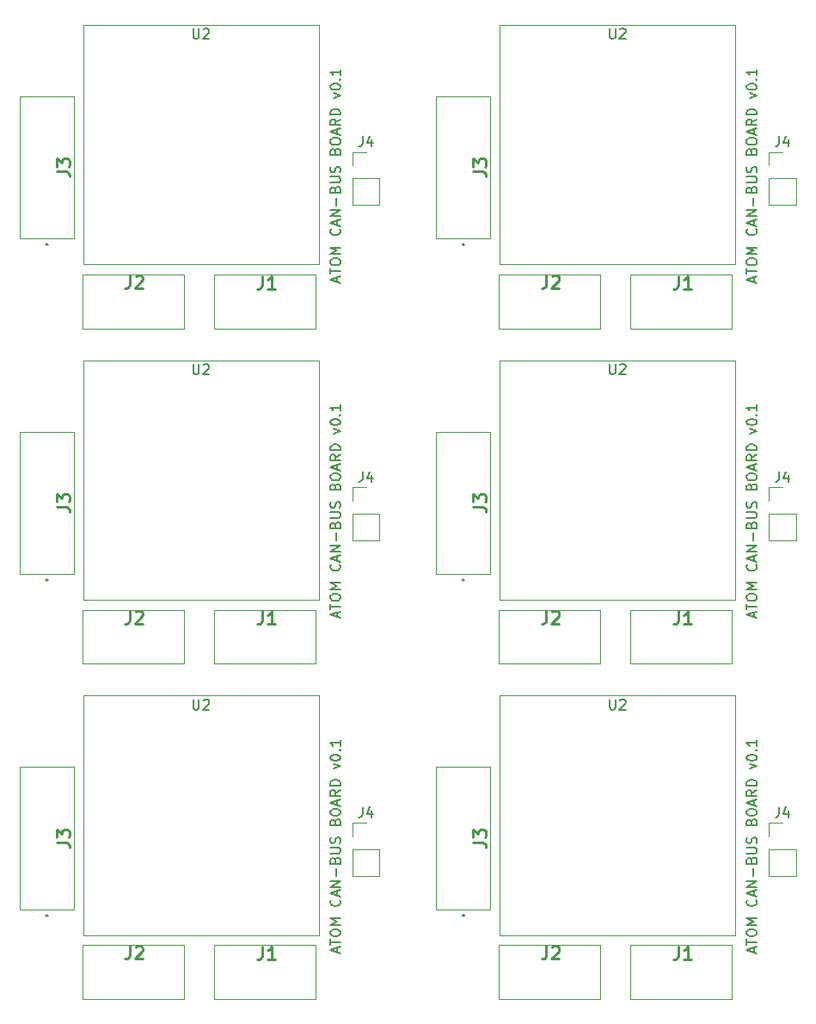
<source format=gto>
%MOIN*%
%OFA0B0*%
%FSLAX46Y46*%
%IPPOS*%
%LPD*%
%ADD10C,0.005905511811023622*%
%ADD11C,0.0039370078740157488*%
%ADD12C,0.0047244094488188976*%
%ADD13C,0.0078740157480314977*%
%ADD14C,0.01*%
%ADD25C,0.005905511811023622*%
%ADD26C,0.0039370078740157488*%
%ADD27C,0.0047244094488188976*%
%ADD28C,0.0078740157480314977*%
%ADD29C,0.01*%
%ADD30C,0.005905511811023622*%
%ADD31C,0.0039370078740157488*%
%ADD32C,0.0047244094488188976*%
%ADD33C,0.0078740157480314977*%
%ADD34C,0.01*%
%ADD35C,0.005905511811023622*%
%ADD36C,0.0039370078740157488*%
%ADD37C,0.0047244094488188976*%
%ADD38C,0.0078740157480314977*%
%ADD39C,0.01*%
%ADD40C,0.005905511811023622*%
%ADD41C,0.0039370078740157488*%
%ADD42C,0.0047244094488188976*%
%ADD43C,0.0078740157480314977*%
%ADD44C,0.01*%
%ADD45C,0.005905511811023622*%
%ADD46C,0.0039370078740157488*%
%ADD47C,0.0047244094488188976*%
%ADD48C,0.0078740157480314977*%
%ADD49C,0.01*%
D10*
X0001281581Y0000328410D02*
X0001281581Y0000347157D01*
X0001292829Y0000324660D02*
X0001253459Y0000337784D01*
X0001292829Y0000350907D01*
X0001253459Y0000358406D02*
X0001253459Y0000380903D01*
X0001292829Y0000369655D02*
X0001253459Y0000369655D01*
X0001253459Y0000401526D02*
X0001253459Y0000409025D01*
X0001255334Y0000412774D01*
X0001259084Y0000416524D01*
X0001266583Y0000418398D01*
X0001279706Y0000418398D01*
X0001287205Y0000416524D01*
X0001290955Y0000412774D01*
X0001292829Y0000409025D01*
X0001292829Y0000401526D01*
X0001290955Y0000397776D01*
X0001287205Y0000394026D01*
X0001279706Y0000392152D01*
X0001266583Y0000392152D01*
X0001259084Y0000394026D01*
X0001255334Y0000397776D01*
X0001253459Y0000401526D01*
X0001292829Y0000435271D02*
X0001253459Y0000435271D01*
X0001281581Y0000448395D01*
X0001253459Y0000461518D01*
X0001292829Y0000461518D01*
X0001289080Y0000532759D02*
X0001290955Y0000530884D01*
X0001292829Y0000525260D01*
X0001292829Y0000521511D01*
X0001290955Y0000515886D01*
X0001287205Y0000512137D01*
X0001283456Y0000510262D01*
X0001275957Y0000508387D01*
X0001270332Y0000508387D01*
X0001262833Y0000510262D01*
X0001259084Y0000512137D01*
X0001255334Y0000515886D01*
X0001253459Y0000521511D01*
X0001253459Y0000525260D01*
X0001255334Y0000530884D01*
X0001257209Y0000532759D01*
X0001281581Y0000547757D02*
X0001281581Y0000566505D01*
X0001292829Y0000544008D02*
X0001253459Y0000557131D01*
X0001292829Y0000570254D01*
X0001292829Y0000583378D02*
X0001253459Y0000583378D01*
X0001292829Y0000605875D01*
X0001253459Y0000605875D01*
X0001277831Y0000624623D02*
X0001277831Y0000654619D01*
X0001272207Y0000686490D02*
X0001274082Y0000692114D01*
X0001275957Y0000693989D01*
X0001279706Y0000695864D01*
X0001285330Y0000695864D01*
X0001289080Y0000693989D01*
X0001290955Y0000692114D01*
X0001292829Y0000688365D01*
X0001292829Y0000673367D01*
X0001253459Y0000673367D01*
X0001253459Y0000686490D01*
X0001255334Y0000690239D01*
X0001257209Y0000692114D01*
X0001260958Y0000693989D01*
X0001264708Y0000693989D01*
X0001268457Y0000692114D01*
X0001270332Y0000690239D01*
X0001272207Y0000686490D01*
X0001272207Y0000673367D01*
X0001253459Y0000712737D02*
X0001285330Y0000712737D01*
X0001289080Y0000714611D01*
X0001290955Y0000716486D01*
X0001292829Y0000720236D01*
X0001292829Y0000727735D01*
X0001290955Y0000731484D01*
X0001289080Y0000733359D01*
X0001285330Y0000735234D01*
X0001253459Y0000735234D01*
X0001290955Y0000752107D02*
X0001292829Y0000757731D01*
X0001292829Y0000767105D01*
X0001290955Y0000770854D01*
X0001289080Y0000772729D01*
X0001285330Y0000774604D01*
X0001281581Y0000774604D01*
X0001277831Y0000772729D01*
X0001275957Y0000770854D01*
X0001274082Y0000767105D01*
X0001272207Y0000759606D01*
X0001270332Y0000755856D01*
X0001268457Y0000753982D01*
X0001264708Y0000752107D01*
X0001260958Y0000752107D01*
X0001257209Y0000753982D01*
X0001255334Y0000755856D01*
X0001253459Y0000759606D01*
X0001253459Y0000768980D01*
X0001255334Y0000774604D01*
X0001272207Y0000834596D02*
X0001274082Y0000840221D01*
X0001275957Y0000842096D01*
X0001279706Y0000843970D01*
X0001285330Y0000843970D01*
X0001289080Y0000842096D01*
X0001290955Y0000840221D01*
X0001292829Y0000836471D01*
X0001292829Y0000821473D01*
X0001253459Y0000821473D01*
X0001253459Y0000834596D01*
X0001255334Y0000838346D01*
X0001257209Y0000840221D01*
X0001260958Y0000842096D01*
X0001264708Y0000842096D01*
X0001268457Y0000840221D01*
X0001270332Y0000838346D01*
X0001272207Y0000834596D01*
X0001272207Y0000821473D01*
X0001253459Y0000868342D02*
X0001253459Y0000875841D01*
X0001255334Y0000879591D01*
X0001259084Y0000883340D01*
X0001266583Y0000885215D01*
X0001279706Y0000885215D01*
X0001287205Y0000883340D01*
X0001290955Y0000879591D01*
X0001292829Y0000875841D01*
X0001292829Y0000868342D01*
X0001290955Y0000864593D01*
X0001287205Y0000860843D01*
X0001279706Y0000858968D01*
X0001266583Y0000858968D01*
X0001259084Y0000860843D01*
X0001255334Y0000864593D01*
X0001253459Y0000868342D01*
X0001281581Y0000900213D02*
X0001281581Y0000918961D01*
X0001292829Y0000896464D02*
X0001253459Y0000909587D01*
X0001292829Y0000922710D01*
X0001292829Y0000958331D02*
X0001274082Y0000945208D01*
X0001292829Y0000935834D02*
X0001253459Y0000935834D01*
X0001253459Y0000950832D01*
X0001255334Y0000954581D01*
X0001257209Y0000956456D01*
X0001260958Y0000958331D01*
X0001266583Y0000958331D01*
X0001270332Y0000956456D01*
X0001272207Y0000954581D01*
X0001274082Y0000950832D01*
X0001274082Y0000935834D01*
X0001292829Y0000975204D02*
X0001253459Y0000975204D01*
X0001253459Y0000984578D01*
X0001255334Y0000990202D01*
X0001259084Y0000993952D01*
X0001262833Y0000995826D01*
X0001270332Y0000997701D01*
X0001275957Y0000997701D01*
X0001283456Y0000995826D01*
X0001287205Y0000993952D01*
X0001290955Y0000990202D01*
X0001292829Y0000984578D01*
X0001292829Y0000975204D01*
X0001266583Y0001040821D02*
X0001292829Y0001050195D01*
X0001266583Y0001059568D01*
X0001253459Y0001082066D02*
X0001253459Y0001085815D01*
X0001255334Y0001089565D01*
X0001257209Y0001091439D01*
X0001260958Y0001093314D01*
X0001268457Y0001095189D01*
X0001277831Y0001095189D01*
X0001285330Y0001093314D01*
X0001289080Y0001091439D01*
X0001290955Y0001089565D01*
X0001292829Y0001085815D01*
X0001292829Y0001082066D01*
X0001290955Y0001078316D01*
X0001289080Y0001076441D01*
X0001285330Y0001074566D01*
X0001277831Y0001072692D01*
X0001268457Y0001072692D01*
X0001260958Y0001074566D01*
X0001257209Y0001076441D01*
X0001255334Y0001078316D01*
X0001253459Y0001082066D01*
X0001289080Y0001112062D02*
X0001290955Y0001113936D01*
X0001292829Y0001112062D01*
X0001290955Y0001110187D01*
X0001289080Y0001112062D01*
X0001292829Y0001112062D01*
X0001292829Y0001151432D02*
X0001292829Y0001128935D01*
X0001292829Y0001140183D02*
X0001253459Y0001140183D01*
X0001259084Y0001136434D01*
X0001262833Y0001132684D01*
X0001264708Y0001128935D01*
D11*
X0000802559Y0000148267D02*
X0000802559Y0000356929D01*
X0001196259Y0000148267D02*
X0000802559Y0000148267D01*
X0001196259Y0000356929D02*
X0001196259Y0000148267D01*
X0000802559Y0000356929D02*
X0001196259Y0000356929D01*
D12*
X0001340157Y0000831299D02*
X0001392519Y0000831299D01*
X0001340157Y0000778936D02*
X0001340157Y0000831299D01*
X0001340157Y0000728937D02*
X0001444881Y0000728937D01*
X0001444881Y0000728937D02*
X0001444881Y0000626574D01*
X0001340157Y0000728937D02*
X0001340157Y0000626574D01*
X0001340157Y0000626574D02*
X0001444881Y0000626574D01*
X0001209212Y0000396377D02*
X0001209212Y0001324212D01*
X0000295850Y0001324212D02*
X0001209212Y0001324212D01*
X0000295850Y0000396377D02*
X0000295850Y0001324212D01*
X0001209212Y0000396377D02*
X0000295850Y0000396377D01*
D13*
X0000158976Y0000472559D02*
G75*
G02X0000151102Y0000472559I-0000003937D01*
G01*
X0000151102Y0000472559D02*
G75*
G02X0000158976Y0000472559I0000003937D01*
G01*
X0000151102Y0000472559D02*
X0000151102Y0000472559D01*
X0000158976Y0000472559D02*
X0000158976Y0000472559D01*
D11*
X0000050708Y0001047362D02*
X0000259370Y0001047362D01*
X0000050708Y0000496181D02*
X0000050708Y0001047362D01*
X0000259370Y0000496181D02*
X0000050708Y0000496181D01*
X0000259370Y0001047362D02*
X0000259370Y0000496181D01*
X0000292559Y0000148267D02*
X0000292559Y0000356929D01*
X0000686259Y0000148267D02*
X0000292559Y0000148267D01*
X0000686259Y0000356929D02*
X0000686259Y0000148267D01*
X0000292559Y0000356929D02*
X0000686259Y0000356929D01*
D14*
X0000989435Y0000351239D02*
X0000989435Y0000315524D01*
X0000987054Y0000308382D01*
X0000982292Y0000303620D01*
X0000975149Y0000301239D01*
X0000970388Y0000301239D01*
X0001039435Y0000301239D02*
X0001010864Y0000301239D01*
X0001025149Y0000301239D02*
X0001025149Y0000351239D01*
X0001020388Y0000344096D01*
X0001015626Y0000339334D01*
X0001010864Y0000336953D01*
D10*
X0001379396Y0000892229D02*
X0001379396Y0000864107D01*
X0001377521Y0000858483D01*
X0001373772Y0000854733D01*
X0001368147Y0000852859D01*
X0001364398Y0000852859D01*
X0001415016Y0000879105D02*
X0001415016Y0000852859D01*
X0001405642Y0000894103D02*
X0001396269Y0000865982D01*
X0001420641Y0000865982D01*
X0000722523Y0001309276D02*
X0000722523Y0001277405D01*
X0000724398Y0001273655D01*
X0000726272Y0001271781D01*
X0000730022Y0001269906D01*
X0000737521Y0001269906D01*
X0000741271Y0001271781D01*
X0000743145Y0001273655D01*
X0000745020Y0001277405D01*
X0000745020Y0001309276D01*
X0000761893Y0001305526D02*
X0000763768Y0001307401D01*
X0000767517Y0001309276D01*
X0000776891Y0001309276D01*
X0000780641Y0001307401D01*
X0000782515Y0001305526D01*
X0000784390Y0001301777D01*
X0000784390Y0001298027D01*
X0000782515Y0001292403D01*
X0000760018Y0001269906D01*
X0000784390Y0001269906D01*
D14*
X0000193406Y0000755498D02*
X0000229120Y0000755498D01*
X0000236263Y0000753117D01*
X0000241025Y0000748355D01*
X0000243406Y0000741212D01*
X0000243406Y0000736451D01*
X0000193406Y0000774546D02*
X0000193406Y0000805498D01*
X0000212454Y0000788832D01*
X0000212454Y0000795974D01*
X0000214834Y0000800736D01*
X0000217215Y0000803117D01*
X0000221977Y0000805498D01*
X0000233882Y0000805498D01*
X0000238644Y0000803117D01*
X0000241025Y0000800736D01*
X0000243406Y0000795974D01*
X0000243406Y0000781689D01*
X0000241025Y0000776927D01*
X0000238644Y0000774546D01*
X0000477073Y0000353601D02*
X0000477073Y0000317887D01*
X0000474692Y0000310744D01*
X0000469930Y0000305982D01*
X0000462787Y0000303601D01*
X0000458025Y0000303601D01*
X0000498502Y0000348839D02*
X0000500882Y0000351220D01*
X0000505644Y0000353601D01*
X0000517549Y0000353601D01*
X0000522311Y0000351220D01*
X0000524692Y0000348839D01*
X0000527073Y0000344077D01*
X0000527073Y0000339315D01*
X0000524692Y0000332172D01*
X0000496121Y0000303601D01*
X0000527073Y0000303601D01*
G04 next file*
G04 #@! TF.GenerationSoftware,KiCad,Pcbnew,(5.1.2)-1*
G04 #@! TF.CreationDate,2020-12-05T19:35:51+09:00*
G04 #@! TF.ProjectId,M5Atom_CAN,4d354174-6f6d-45f4-9341-4e2e6b696361,rev?*
G04 #@! TF.SameCoordinates,Original*
G04 #@! TF.FileFunction,Legend,Top*
G04 #@! TF.FilePolarity,Positive*
G04 Gerber Fmt 4.6, Leading zero omitted, Abs format (unit mm)*
G04 Created by KiCad (PCBNEW (5.1.2)-1) date 2020-12-05 19:35:51*
G04 APERTURE LIST*
G04 APERTURE END LIST*
D25*
X0002895754Y0000328410D02*
X0002895754Y0000347157D01*
X0002907003Y0000324660D02*
X0002867633Y0000337784D01*
X0002907003Y0000350907D01*
X0002867633Y0000358406D02*
X0002867633Y0000380903D01*
X0002907003Y0000369655D02*
X0002867633Y0000369655D01*
X0002867633Y0000401526D02*
X0002867633Y0000409025D01*
X0002869507Y0000412774D01*
X0002873257Y0000416524D01*
X0002880756Y0000418398D01*
X0002893879Y0000418398D01*
X0002901378Y0000416524D01*
X0002905128Y0000412774D01*
X0002907003Y0000409025D01*
X0002907003Y0000401526D01*
X0002905128Y0000397776D01*
X0002901378Y0000394026D01*
X0002893879Y0000392152D01*
X0002880756Y0000392152D01*
X0002873257Y0000394026D01*
X0002869507Y0000397776D01*
X0002867633Y0000401526D01*
X0002907003Y0000435271D02*
X0002867633Y0000435271D01*
X0002895754Y0000448395D01*
X0002867633Y0000461518D01*
X0002907003Y0000461518D01*
X0002903253Y0000532759D02*
X0002905128Y0000530884D01*
X0002907003Y0000525260D01*
X0002907003Y0000521511D01*
X0002905128Y0000515886D01*
X0002901378Y0000512137D01*
X0002897629Y0000510262D01*
X0002890130Y0000508387D01*
X0002884505Y0000508387D01*
X0002877006Y0000510262D01*
X0002873257Y0000512137D01*
X0002869507Y0000515886D01*
X0002867633Y0000521511D01*
X0002867633Y0000525260D01*
X0002869507Y0000530884D01*
X0002871382Y0000532759D01*
X0002895754Y0000547757D02*
X0002895754Y0000566505D01*
X0002907003Y0000544008D02*
X0002867633Y0000557131D01*
X0002907003Y0000570254D01*
X0002907003Y0000583378D02*
X0002867633Y0000583378D01*
X0002907003Y0000605875D01*
X0002867633Y0000605875D01*
X0002892005Y0000624623D02*
X0002892005Y0000654619D01*
X0002886380Y0000686490D02*
X0002888255Y0000692114D01*
X0002890130Y0000693989D01*
X0002893879Y0000695864D01*
X0002899504Y0000695864D01*
X0002903253Y0000693989D01*
X0002905128Y0000692114D01*
X0002907003Y0000688365D01*
X0002907003Y0000673367D01*
X0002867633Y0000673367D01*
X0002867633Y0000686490D01*
X0002869507Y0000690239D01*
X0002871382Y0000692114D01*
X0002875132Y0000693989D01*
X0002878881Y0000693989D01*
X0002882631Y0000692114D01*
X0002884505Y0000690239D01*
X0002886380Y0000686490D01*
X0002886380Y0000673367D01*
X0002867633Y0000712737D02*
X0002899504Y0000712737D01*
X0002903253Y0000714611D01*
X0002905128Y0000716486D01*
X0002907003Y0000720236D01*
X0002907003Y0000727735D01*
X0002905128Y0000731484D01*
X0002903253Y0000733359D01*
X0002899504Y0000735234D01*
X0002867633Y0000735234D01*
X0002905128Y0000752107D02*
X0002907003Y0000757731D01*
X0002907003Y0000767105D01*
X0002905128Y0000770854D01*
X0002903253Y0000772729D01*
X0002899504Y0000774604D01*
X0002895754Y0000774604D01*
X0002892005Y0000772729D01*
X0002890130Y0000770854D01*
X0002888255Y0000767105D01*
X0002886380Y0000759606D01*
X0002884505Y0000755856D01*
X0002882631Y0000753982D01*
X0002878881Y0000752107D01*
X0002875132Y0000752107D01*
X0002871382Y0000753982D01*
X0002869507Y0000755856D01*
X0002867633Y0000759606D01*
X0002867633Y0000768980D01*
X0002869507Y0000774604D01*
X0002886380Y0000834596D02*
X0002888255Y0000840221D01*
X0002890130Y0000842096D01*
X0002893879Y0000843970D01*
X0002899504Y0000843970D01*
X0002903253Y0000842096D01*
X0002905128Y0000840221D01*
X0002907003Y0000836471D01*
X0002907003Y0000821473D01*
X0002867633Y0000821473D01*
X0002867633Y0000834596D01*
X0002869507Y0000838346D01*
X0002871382Y0000840221D01*
X0002875132Y0000842096D01*
X0002878881Y0000842096D01*
X0002882631Y0000840221D01*
X0002884505Y0000838346D01*
X0002886380Y0000834596D01*
X0002886380Y0000821473D01*
X0002867633Y0000868342D02*
X0002867633Y0000875841D01*
X0002869507Y0000879591D01*
X0002873257Y0000883340D01*
X0002880756Y0000885215D01*
X0002893879Y0000885215D01*
X0002901378Y0000883340D01*
X0002905128Y0000879591D01*
X0002907003Y0000875841D01*
X0002907003Y0000868342D01*
X0002905128Y0000864593D01*
X0002901378Y0000860843D01*
X0002893879Y0000858968D01*
X0002880756Y0000858968D01*
X0002873257Y0000860843D01*
X0002869507Y0000864593D01*
X0002867633Y0000868342D01*
X0002895754Y0000900213D02*
X0002895754Y0000918961D01*
X0002907003Y0000896464D02*
X0002867633Y0000909587D01*
X0002907003Y0000922710D01*
X0002907003Y0000958331D02*
X0002888255Y0000945208D01*
X0002907003Y0000935834D02*
X0002867633Y0000935834D01*
X0002867633Y0000950832D01*
X0002869507Y0000954581D01*
X0002871382Y0000956456D01*
X0002875132Y0000958331D01*
X0002880756Y0000958331D01*
X0002884505Y0000956456D01*
X0002886380Y0000954581D01*
X0002888255Y0000950832D01*
X0002888255Y0000935834D01*
X0002907003Y0000975204D02*
X0002867633Y0000975204D01*
X0002867633Y0000984578D01*
X0002869507Y0000990202D01*
X0002873257Y0000993952D01*
X0002877006Y0000995826D01*
X0002884505Y0000997701D01*
X0002890130Y0000997701D01*
X0002897629Y0000995826D01*
X0002901378Y0000993952D01*
X0002905128Y0000990202D01*
X0002907003Y0000984578D01*
X0002907003Y0000975204D01*
X0002880756Y0001040821D02*
X0002907003Y0001050195D01*
X0002880756Y0001059568D01*
X0002867633Y0001082066D02*
X0002867633Y0001085815D01*
X0002869507Y0001089565D01*
X0002871382Y0001091439D01*
X0002875132Y0001093314D01*
X0002882631Y0001095189D01*
X0002892005Y0001095189D01*
X0002899504Y0001093314D01*
X0002903253Y0001091439D01*
X0002905128Y0001089565D01*
X0002907003Y0001085815D01*
X0002907003Y0001082066D01*
X0002905128Y0001078316D01*
X0002903253Y0001076441D01*
X0002899504Y0001074566D01*
X0002892005Y0001072692D01*
X0002882631Y0001072692D01*
X0002875132Y0001074566D01*
X0002871382Y0001076441D01*
X0002869507Y0001078316D01*
X0002867633Y0001082066D01*
X0002903253Y0001112062D02*
X0002905128Y0001113936D01*
X0002907003Y0001112062D01*
X0002905128Y0001110187D01*
X0002903253Y0001112062D01*
X0002907003Y0001112062D01*
X0002907003Y0001151432D02*
X0002907003Y0001128935D01*
X0002907003Y0001140183D02*
X0002867633Y0001140183D01*
X0002873257Y0001136434D01*
X0002877006Y0001132684D01*
X0002878881Y0001128935D01*
D26*
X0002416732Y0000148267D02*
X0002416732Y0000356929D01*
X0002810433Y0000148267D02*
X0002416732Y0000148267D01*
X0002810433Y0000356929D02*
X0002810433Y0000148267D01*
X0002416732Y0000356929D02*
X0002810433Y0000356929D01*
D27*
X0002954330Y0000831299D02*
X0003006692Y0000831299D01*
X0002954330Y0000778936D02*
X0002954330Y0000831299D01*
X0002954330Y0000728937D02*
X0003059055Y0000728937D01*
X0003059055Y0000728937D02*
X0003059055Y0000626574D01*
X0002954330Y0000728937D02*
X0002954330Y0000626574D01*
X0002954330Y0000626574D02*
X0003059055Y0000626574D01*
X0002823385Y0000396377D02*
X0002823385Y0001324212D01*
X0001910023Y0001324212D02*
X0002823385Y0001324212D01*
X0001910023Y0000396377D02*
X0001910023Y0001324212D01*
X0002823385Y0000396377D02*
X0001910023Y0000396377D01*
D28*
X0001773149Y0000472559D02*
G75*
G02X0001765275Y0000472559I-0000003937D01*
G01*
X0001765275Y0000472559D02*
G75*
G02X0001773149Y0000472559I0000003937D01*
G01*
X0001765275Y0000472559D02*
X0001765275Y0000472559D01*
X0001773149Y0000472559D02*
X0001773149Y0000472559D01*
D26*
X0001664881Y0001047362D02*
X0001873543Y0001047362D01*
X0001664881Y0000496181D02*
X0001664881Y0001047362D01*
X0001873543Y0000496181D02*
X0001664881Y0000496181D01*
X0001873543Y0001047362D02*
X0001873543Y0000496181D01*
X0001906732Y0000148267D02*
X0001906732Y0000356929D01*
X0002300433Y0000148267D02*
X0001906732Y0000148267D01*
X0002300433Y0000356929D02*
X0002300433Y0000148267D01*
X0001906732Y0000356929D02*
X0002300433Y0000356929D01*
D29*
X0002603608Y0000351239D02*
X0002603608Y0000315524D01*
X0002601227Y0000308382D01*
X0002596466Y0000303620D01*
X0002589323Y0000301239D01*
X0002584561Y0000301239D01*
X0002653608Y0000301239D02*
X0002625037Y0000301239D01*
X0002639323Y0000301239D02*
X0002639323Y0000351239D01*
X0002634561Y0000344096D01*
X0002629799Y0000339334D01*
X0002625037Y0000336953D01*
D25*
X0002993569Y0000892229D02*
X0002993569Y0000864107D01*
X0002991694Y0000858483D01*
X0002987945Y0000854733D01*
X0002982320Y0000852859D01*
X0002978571Y0000852859D01*
X0003029190Y0000879105D02*
X0003029190Y0000852859D01*
X0003019816Y0000894103D02*
X0003010442Y0000865982D01*
X0003034814Y0000865982D01*
X0002336696Y0001309276D02*
X0002336696Y0001277405D01*
X0002338571Y0001273655D01*
X0002340446Y0001271781D01*
X0002344195Y0001269906D01*
X0002351694Y0001269906D01*
X0002355444Y0001271781D01*
X0002357319Y0001273655D01*
X0002359193Y0001277405D01*
X0002359193Y0001309276D01*
X0002376066Y0001305526D02*
X0002377941Y0001307401D01*
X0002381691Y0001309276D01*
X0002391064Y0001309276D01*
X0002394814Y0001307401D01*
X0002396689Y0001305526D01*
X0002398563Y0001301777D01*
X0002398563Y0001298027D01*
X0002396689Y0001292403D01*
X0002374191Y0001269906D01*
X0002398563Y0001269906D01*
D29*
X0001807579Y0000755498D02*
X0001843293Y0000755498D01*
X0001850436Y0000753117D01*
X0001855198Y0000748355D01*
X0001857579Y0000741212D01*
X0001857579Y0000736451D01*
X0001807579Y0000774546D02*
X0001807579Y0000805498D01*
X0001826627Y0000788832D01*
X0001826627Y0000795974D01*
X0001829008Y0000800736D01*
X0001831389Y0000803117D01*
X0001836151Y0000805498D01*
X0001848055Y0000805498D01*
X0001852817Y0000803117D01*
X0001855198Y0000800736D01*
X0001857579Y0000795974D01*
X0001857579Y0000781689D01*
X0001855198Y0000776927D01*
X0001852817Y0000774546D01*
X0002091246Y0000353601D02*
X0002091246Y0000317887D01*
X0002088865Y0000310744D01*
X0002084103Y0000305982D01*
X0002076960Y0000303601D01*
X0002072199Y0000303601D01*
X0002112675Y0000348839D02*
X0002115056Y0000351220D01*
X0002119818Y0000353601D01*
X0002131722Y0000353601D01*
X0002136484Y0000351220D01*
X0002138865Y0000348839D01*
X0002141246Y0000344077D01*
X0002141246Y0000339315D01*
X0002138865Y0000332172D01*
X0002110294Y0000303601D01*
X0002141246Y0000303601D01*
G04 next file*
G04 #@! TF.GenerationSoftware,KiCad,Pcbnew,(5.1.2)-1*
G04 #@! TF.CreationDate,2020-12-05T19:35:51+09:00*
G04 #@! TF.ProjectId,M5Atom_CAN,4d354174-6f6d-45f4-9341-4e2e6b696361,rev?*
G04 #@! TF.SameCoordinates,Original*
G04 #@! TF.FileFunction,Legend,Top*
G04 #@! TF.FilePolarity,Positive*
G04 Gerber Fmt 4.6, Leading zero omitted, Abs format (unit mm)*
G04 Created by KiCad (PCBNEW (5.1.2)-1) date 2020-12-05 19:35:51*
G04 APERTURE LIST*
G04 APERTURE END LIST*
D30*
X0001281581Y0001627622D02*
X0001281581Y0001646370D01*
X0001292829Y0001623873D02*
X0001253459Y0001636996D01*
X0001292829Y0001650120D01*
X0001253459Y0001657619D02*
X0001253459Y0001680116D01*
X0001292829Y0001668867D02*
X0001253459Y0001668867D01*
X0001253459Y0001700738D02*
X0001253459Y0001708237D01*
X0001255334Y0001711987D01*
X0001259084Y0001715736D01*
X0001266583Y0001717611D01*
X0001279706Y0001717611D01*
X0001287205Y0001715736D01*
X0001290955Y0001711987D01*
X0001292829Y0001708237D01*
X0001292829Y0001700738D01*
X0001290955Y0001696989D01*
X0001287205Y0001693239D01*
X0001279706Y0001691364D01*
X0001266583Y0001691364D01*
X0001259084Y0001693239D01*
X0001255334Y0001696989D01*
X0001253459Y0001700738D01*
X0001292829Y0001734484D02*
X0001253459Y0001734484D01*
X0001281581Y0001747607D01*
X0001253459Y0001760731D01*
X0001292829Y0001760731D01*
X0001289080Y0001831972D02*
X0001290955Y0001830097D01*
X0001292829Y0001824473D01*
X0001292829Y0001820723D01*
X0001290955Y0001815099D01*
X0001287205Y0001811349D01*
X0001283456Y0001809475D01*
X0001275957Y0001807600D01*
X0001270332Y0001807600D01*
X0001262833Y0001809475D01*
X0001259084Y0001811349D01*
X0001255334Y0001815099D01*
X0001253459Y0001820723D01*
X0001253459Y0001824473D01*
X0001255334Y0001830097D01*
X0001257209Y0001831972D01*
X0001281581Y0001846970D02*
X0001281581Y0001865718D01*
X0001292829Y0001843220D02*
X0001253459Y0001856344D01*
X0001292829Y0001869467D01*
X0001292829Y0001882590D02*
X0001253459Y0001882590D01*
X0001292829Y0001905088D01*
X0001253459Y0001905088D01*
X0001277831Y0001923835D02*
X0001277831Y0001953832D01*
X0001272207Y0001985703D02*
X0001274082Y0001991327D01*
X0001275957Y0001993202D01*
X0001279706Y0001995076D01*
X0001285330Y0001995076D01*
X0001289080Y0001993202D01*
X0001290955Y0001991327D01*
X0001292829Y0001987577D01*
X0001292829Y0001972579D01*
X0001253459Y0001972579D01*
X0001253459Y0001985703D01*
X0001255334Y0001989452D01*
X0001257209Y0001991327D01*
X0001260958Y0001993202D01*
X0001264708Y0001993202D01*
X0001268457Y0001991327D01*
X0001270332Y0001989452D01*
X0001272207Y0001985703D01*
X0001272207Y0001972579D01*
X0001253459Y0002011949D02*
X0001285330Y0002011949D01*
X0001289080Y0002013824D01*
X0001290955Y0002015699D01*
X0001292829Y0002019448D01*
X0001292829Y0002026947D01*
X0001290955Y0002030697D01*
X0001289080Y0002032572D01*
X0001285330Y0002034446D01*
X0001253459Y0002034446D01*
X0001290955Y0002051319D02*
X0001292829Y0002056944D01*
X0001292829Y0002066317D01*
X0001290955Y0002070067D01*
X0001289080Y0002071942D01*
X0001285330Y0002073817D01*
X0001281581Y0002073817D01*
X0001277831Y0002071942D01*
X0001275957Y0002070067D01*
X0001274082Y0002066317D01*
X0001272207Y0002058818D01*
X0001270332Y0002055069D01*
X0001268457Y0002053194D01*
X0001264708Y0002051319D01*
X0001260958Y0002051319D01*
X0001257209Y0002053194D01*
X0001255334Y0002055069D01*
X0001253459Y0002058818D01*
X0001253459Y0002068192D01*
X0001255334Y0002073817D01*
X0001272207Y0002133809D02*
X0001274082Y0002139433D01*
X0001275957Y0002141308D01*
X0001279706Y0002143183D01*
X0001285330Y0002143183D01*
X0001289080Y0002141308D01*
X0001290955Y0002139433D01*
X0001292829Y0002135684D01*
X0001292829Y0002120686D01*
X0001253459Y0002120686D01*
X0001253459Y0002133809D01*
X0001255334Y0002137559D01*
X0001257209Y0002139433D01*
X0001260958Y0002141308D01*
X0001264708Y0002141308D01*
X0001268457Y0002139433D01*
X0001270332Y0002137559D01*
X0001272207Y0002133809D01*
X0001272207Y0002120686D01*
X0001253459Y0002167555D02*
X0001253459Y0002175054D01*
X0001255334Y0002178803D01*
X0001259084Y0002182553D01*
X0001266583Y0002184428D01*
X0001279706Y0002184428D01*
X0001287205Y0002182553D01*
X0001290955Y0002178803D01*
X0001292829Y0002175054D01*
X0001292829Y0002167555D01*
X0001290955Y0002163805D01*
X0001287205Y0002160056D01*
X0001279706Y0002158181D01*
X0001266583Y0002158181D01*
X0001259084Y0002160056D01*
X0001255334Y0002163805D01*
X0001253459Y0002167555D01*
X0001281581Y0002199426D02*
X0001281581Y0002218174D01*
X0001292829Y0002195676D02*
X0001253459Y0002208800D01*
X0001292829Y0002221923D01*
X0001292829Y0002257544D02*
X0001274082Y0002244420D01*
X0001292829Y0002235046D02*
X0001253459Y0002235046D01*
X0001253459Y0002250045D01*
X0001255334Y0002253794D01*
X0001257209Y0002255669D01*
X0001260958Y0002257544D01*
X0001266583Y0002257544D01*
X0001270332Y0002255669D01*
X0001272207Y0002253794D01*
X0001274082Y0002250045D01*
X0001274082Y0002235046D01*
X0001292829Y0002274416D02*
X0001253459Y0002274416D01*
X0001253459Y0002283790D01*
X0001255334Y0002289415D01*
X0001259084Y0002293164D01*
X0001262833Y0002295039D01*
X0001270332Y0002296914D01*
X0001275957Y0002296914D01*
X0001283456Y0002295039D01*
X0001287205Y0002293164D01*
X0001290955Y0002289415D01*
X0001292829Y0002283790D01*
X0001292829Y0002274416D01*
X0001266583Y0002340033D02*
X0001292829Y0002349407D01*
X0001266583Y0002358781D01*
X0001253459Y0002381278D02*
X0001253459Y0002385028D01*
X0001255334Y0002388777D01*
X0001257209Y0002390652D01*
X0001260958Y0002392527D01*
X0001268457Y0002394401D01*
X0001277831Y0002394401D01*
X0001285330Y0002392527D01*
X0001289080Y0002390652D01*
X0001290955Y0002388777D01*
X0001292829Y0002385028D01*
X0001292829Y0002381278D01*
X0001290955Y0002377529D01*
X0001289080Y0002375654D01*
X0001285330Y0002373779D01*
X0001277831Y0002371904D01*
X0001268457Y0002371904D01*
X0001260958Y0002373779D01*
X0001257209Y0002375654D01*
X0001255334Y0002377529D01*
X0001253459Y0002381278D01*
X0001289080Y0002411274D02*
X0001290955Y0002413149D01*
X0001292829Y0002411274D01*
X0001290955Y0002409400D01*
X0001289080Y0002411274D01*
X0001292829Y0002411274D01*
X0001292829Y0002450644D02*
X0001292829Y0002428147D01*
X0001292829Y0002439396D02*
X0001253459Y0002439396D01*
X0001259084Y0002435646D01*
X0001262833Y0002431897D01*
X0001264708Y0002428147D01*
D31*
X0000802559Y0001447480D02*
X0000802559Y0001656141D01*
X0001196259Y0001447480D02*
X0000802559Y0001447480D01*
X0001196259Y0001656141D02*
X0001196259Y0001447480D01*
X0000802559Y0001656141D02*
X0001196259Y0001656141D01*
D32*
X0001340157Y0002130511D02*
X0001392519Y0002130511D01*
X0001340157Y0002078149D02*
X0001340157Y0002130511D01*
X0001340157Y0002028149D02*
X0001444881Y0002028149D01*
X0001444881Y0002028149D02*
X0001444881Y0001925787D01*
X0001340157Y0002028149D02*
X0001340157Y0001925787D01*
X0001340157Y0001925787D02*
X0001444881Y0001925787D01*
X0001209212Y0001695590D02*
X0001209212Y0002623425D01*
X0000295850Y0002623425D02*
X0001209212Y0002623425D01*
X0000295850Y0001695590D02*
X0000295850Y0002623425D01*
X0001209212Y0001695590D02*
X0000295850Y0001695590D01*
D33*
X0000158976Y0001771771D02*
G75*
G02X0000151102Y0001771771I-0000003937D01*
G01*
X0000151102Y0001771771D02*
G75*
G02X0000158976Y0001771771I0000003937D01*
G01*
X0000151102Y0001771771D02*
X0000151102Y0001771771D01*
X0000158976Y0001771771D02*
X0000158976Y0001771771D01*
D31*
X0000050708Y0002346574D02*
X0000259370Y0002346574D01*
X0000050708Y0001795393D02*
X0000050708Y0002346574D01*
X0000259370Y0001795393D02*
X0000050708Y0001795393D01*
X0000259370Y0002346574D02*
X0000259370Y0001795393D01*
X0000292559Y0001447480D02*
X0000292559Y0001656141D01*
X0000686259Y0001447480D02*
X0000292559Y0001447480D01*
X0000686259Y0001656141D02*
X0000686259Y0001447480D01*
X0000292559Y0001656141D02*
X0000686259Y0001656141D01*
D34*
X0000989435Y0001650451D02*
X0000989435Y0001614737D01*
X0000987054Y0001607594D01*
X0000982292Y0001602832D01*
X0000975149Y0001600451D01*
X0000970388Y0001600451D01*
X0001039435Y0001600451D02*
X0001010864Y0001600451D01*
X0001025149Y0001600451D02*
X0001025149Y0001650451D01*
X0001020388Y0001643308D01*
X0001015626Y0001638547D01*
X0001010864Y0001636166D01*
D30*
X0001379396Y0002191441D02*
X0001379396Y0002163320D01*
X0001377521Y0002157695D01*
X0001373772Y0002153946D01*
X0001368147Y0002152071D01*
X0001364398Y0002152071D01*
X0001415016Y0002178318D02*
X0001415016Y0002152071D01*
X0001405642Y0002193316D02*
X0001396269Y0002165195D01*
X0001420641Y0002165195D01*
X0000722523Y0002608488D02*
X0000722523Y0002576617D01*
X0000724398Y0002572868D01*
X0000726272Y0002570993D01*
X0000730022Y0002569118D01*
X0000737521Y0002569118D01*
X0000741271Y0002570993D01*
X0000743145Y0002572868D01*
X0000745020Y0002576617D01*
X0000745020Y0002608488D01*
X0000761893Y0002604739D02*
X0000763768Y0002606614D01*
X0000767517Y0002608488D01*
X0000776891Y0002608488D01*
X0000780641Y0002606614D01*
X0000782515Y0002604739D01*
X0000784390Y0002600989D01*
X0000784390Y0002597240D01*
X0000782515Y0002591616D01*
X0000760018Y0002569118D01*
X0000784390Y0002569118D01*
D34*
X0000193406Y0002054711D02*
X0000229120Y0002054711D01*
X0000236263Y0002052330D01*
X0000241025Y0002047568D01*
X0000243406Y0002040425D01*
X0000243406Y0002035663D01*
X0000193406Y0002073758D02*
X0000193406Y0002104711D01*
X0000212454Y0002088044D01*
X0000212454Y0002095187D01*
X0000214834Y0002099949D01*
X0000217215Y0002102330D01*
X0000221977Y0002104711D01*
X0000233882Y0002104711D01*
X0000238644Y0002102330D01*
X0000241025Y0002099949D01*
X0000243406Y0002095187D01*
X0000243406Y0002080901D01*
X0000241025Y0002076139D01*
X0000238644Y0002073758D01*
X0000477073Y0001652814D02*
X0000477073Y0001617099D01*
X0000474692Y0001609956D01*
X0000469930Y0001605195D01*
X0000462787Y0001602814D01*
X0000458025Y0001602814D01*
X0000498502Y0001648052D02*
X0000500882Y0001650433D01*
X0000505644Y0001652814D01*
X0000517549Y0001652814D01*
X0000522311Y0001650433D01*
X0000524692Y0001648052D01*
X0000527073Y0001643290D01*
X0000527073Y0001638528D01*
X0000524692Y0001631385D01*
X0000496121Y0001602814D01*
X0000527073Y0001602814D01*
G04 next file*
G04 #@! TF.GenerationSoftware,KiCad,Pcbnew,(5.1.2)-1*
G04 #@! TF.CreationDate,2020-12-05T19:35:51+09:00*
G04 #@! TF.ProjectId,M5Atom_CAN,4d354174-6f6d-45f4-9341-4e2e6b696361,rev?*
G04 #@! TF.SameCoordinates,Original*
G04 #@! TF.FileFunction,Legend,Top*
G04 #@! TF.FilePolarity,Positive*
G04 Gerber Fmt 4.6, Leading zero omitted, Abs format (unit mm)*
G04 Created by KiCad (PCBNEW (5.1.2)-1) date 2020-12-05 19:35:51*
G04 APERTURE LIST*
G04 APERTURE END LIST*
D35*
X0001281581Y0002926835D02*
X0001281581Y0002945583D01*
X0001292829Y0002923085D02*
X0001253459Y0002936209D01*
X0001292829Y0002949332D01*
X0001253459Y0002956831D02*
X0001253459Y0002979328D01*
X0001292829Y0002968080D02*
X0001253459Y0002968080D01*
X0001253459Y0002999951D02*
X0001253459Y0003007450D01*
X0001255334Y0003011199D01*
X0001259084Y0003014949D01*
X0001266583Y0003016824D01*
X0001279706Y0003016824D01*
X0001287205Y0003014949D01*
X0001290955Y0003011199D01*
X0001292829Y0003007450D01*
X0001292829Y0002999951D01*
X0001290955Y0002996201D01*
X0001287205Y0002992452D01*
X0001279706Y0002990577D01*
X0001266583Y0002990577D01*
X0001259084Y0002992452D01*
X0001255334Y0002996201D01*
X0001253459Y0002999951D01*
X0001292829Y0003033697D02*
X0001253459Y0003033697D01*
X0001281581Y0003046820D01*
X0001253459Y0003059943D01*
X0001292829Y0003059943D01*
X0001289080Y0003131184D02*
X0001290955Y0003129310D01*
X0001292829Y0003123685D01*
X0001292829Y0003119936D01*
X0001290955Y0003114311D01*
X0001287205Y0003110562D01*
X0001283456Y0003108687D01*
X0001275957Y0003106812D01*
X0001270332Y0003106812D01*
X0001262833Y0003108687D01*
X0001259084Y0003110562D01*
X0001255334Y0003114311D01*
X0001253459Y0003119936D01*
X0001253459Y0003123685D01*
X0001255334Y0003129310D01*
X0001257209Y0003131184D01*
X0001281581Y0003146182D02*
X0001281581Y0003164930D01*
X0001292829Y0003142433D02*
X0001253459Y0003155556D01*
X0001292829Y0003168680D01*
X0001292829Y0003181803D02*
X0001253459Y0003181803D01*
X0001292829Y0003204300D01*
X0001253459Y0003204300D01*
X0001277831Y0003223048D02*
X0001277831Y0003253044D01*
X0001272207Y0003284915D02*
X0001274082Y0003290539D01*
X0001275957Y0003292414D01*
X0001279706Y0003294289D01*
X0001285330Y0003294289D01*
X0001289080Y0003292414D01*
X0001290955Y0003290539D01*
X0001292829Y0003286790D01*
X0001292829Y0003271792D01*
X0001253459Y0003271792D01*
X0001253459Y0003284915D01*
X0001255334Y0003288665D01*
X0001257209Y0003290539D01*
X0001260958Y0003292414D01*
X0001264708Y0003292414D01*
X0001268457Y0003290539D01*
X0001270332Y0003288665D01*
X0001272207Y0003284915D01*
X0001272207Y0003271792D01*
X0001253459Y0003311162D02*
X0001285330Y0003311162D01*
X0001289080Y0003313037D01*
X0001290955Y0003314911D01*
X0001292829Y0003318661D01*
X0001292829Y0003326160D01*
X0001290955Y0003329910D01*
X0001289080Y0003331784D01*
X0001285330Y0003333659D01*
X0001253459Y0003333659D01*
X0001290955Y0003350532D02*
X0001292829Y0003356156D01*
X0001292829Y0003365530D01*
X0001290955Y0003369280D01*
X0001289080Y0003371154D01*
X0001285330Y0003373029D01*
X0001281581Y0003373029D01*
X0001277831Y0003371154D01*
X0001275957Y0003369280D01*
X0001274082Y0003365530D01*
X0001272207Y0003358031D01*
X0001270332Y0003354281D01*
X0001268457Y0003352407D01*
X0001264708Y0003350532D01*
X0001260958Y0003350532D01*
X0001257209Y0003352407D01*
X0001255334Y0003354281D01*
X0001253459Y0003358031D01*
X0001253459Y0003367405D01*
X0001255334Y0003373029D01*
X0001272207Y0003433022D02*
X0001274082Y0003438646D01*
X0001275957Y0003440521D01*
X0001279706Y0003442395D01*
X0001285330Y0003442395D01*
X0001289080Y0003440521D01*
X0001290955Y0003438646D01*
X0001292829Y0003434896D01*
X0001292829Y0003419898D01*
X0001253459Y0003419898D01*
X0001253459Y0003433022D01*
X0001255334Y0003436771D01*
X0001257209Y0003438646D01*
X0001260958Y0003440521D01*
X0001264708Y0003440521D01*
X0001268457Y0003438646D01*
X0001270332Y0003436771D01*
X0001272207Y0003433022D01*
X0001272207Y0003419898D01*
X0001253459Y0003466767D02*
X0001253459Y0003474266D01*
X0001255334Y0003478016D01*
X0001259084Y0003481766D01*
X0001266583Y0003483640D01*
X0001279706Y0003483640D01*
X0001287205Y0003481766D01*
X0001290955Y0003478016D01*
X0001292829Y0003474266D01*
X0001292829Y0003466767D01*
X0001290955Y0003463018D01*
X0001287205Y0003459268D01*
X0001279706Y0003457394D01*
X0001266583Y0003457394D01*
X0001259084Y0003459268D01*
X0001255334Y0003463018D01*
X0001253459Y0003466767D01*
X0001281581Y0003498638D02*
X0001281581Y0003517386D01*
X0001292829Y0003494889D02*
X0001253459Y0003508012D01*
X0001292829Y0003521136D01*
X0001292829Y0003556756D02*
X0001274082Y0003543633D01*
X0001292829Y0003534259D02*
X0001253459Y0003534259D01*
X0001253459Y0003549257D01*
X0001255334Y0003553007D01*
X0001257209Y0003554881D01*
X0001260958Y0003556756D01*
X0001266583Y0003556756D01*
X0001270332Y0003554881D01*
X0001272207Y0003553007D01*
X0001274082Y0003549257D01*
X0001274082Y0003534259D01*
X0001292829Y0003573629D02*
X0001253459Y0003573629D01*
X0001253459Y0003583003D01*
X0001255334Y0003588627D01*
X0001259084Y0003592377D01*
X0001262833Y0003594251D01*
X0001270332Y0003596126D01*
X0001275957Y0003596126D01*
X0001283456Y0003594251D01*
X0001287205Y0003592377D01*
X0001290955Y0003588627D01*
X0001292829Y0003583003D01*
X0001292829Y0003573629D01*
X0001266583Y0003639246D02*
X0001292829Y0003648620D01*
X0001266583Y0003657994D01*
X0001253459Y0003680491D02*
X0001253459Y0003684240D01*
X0001255334Y0003687990D01*
X0001257209Y0003689865D01*
X0001260958Y0003691739D01*
X0001268457Y0003693614D01*
X0001277831Y0003693614D01*
X0001285330Y0003691739D01*
X0001289080Y0003689865D01*
X0001290955Y0003687990D01*
X0001292829Y0003684240D01*
X0001292829Y0003680491D01*
X0001290955Y0003676741D01*
X0001289080Y0003674866D01*
X0001285330Y0003672992D01*
X0001277831Y0003671117D01*
X0001268457Y0003671117D01*
X0001260958Y0003672992D01*
X0001257209Y0003674866D01*
X0001255334Y0003676741D01*
X0001253459Y0003680491D01*
X0001289080Y0003710487D02*
X0001290955Y0003712362D01*
X0001292829Y0003710487D01*
X0001290955Y0003708612D01*
X0001289080Y0003710487D01*
X0001292829Y0003710487D01*
X0001292829Y0003749857D02*
X0001292829Y0003727360D01*
X0001292829Y0003738608D02*
X0001253459Y0003738608D01*
X0001259084Y0003734859D01*
X0001262833Y0003731109D01*
X0001264708Y0003727360D01*
D36*
X0000802559Y0002746692D02*
X0000802559Y0002955354D01*
X0001196259Y0002746692D02*
X0000802559Y0002746692D01*
X0001196259Y0002955354D02*
X0001196259Y0002746692D01*
X0000802559Y0002955354D02*
X0001196259Y0002955354D01*
D37*
X0001340157Y0003429724D02*
X0001392519Y0003429724D01*
X0001340157Y0003377362D02*
X0001340157Y0003429724D01*
X0001340157Y0003327362D02*
X0001444881Y0003327362D01*
X0001444881Y0003327362D02*
X0001444881Y0003225000D01*
X0001340157Y0003327362D02*
X0001340157Y0003225000D01*
X0001340157Y0003225000D02*
X0001444881Y0003225000D01*
X0001209212Y0002994803D02*
X0001209212Y0003922637D01*
X0000295850Y0003922637D02*
X0001209212Y0003922637D01*
X0000295850Y0002994803D02*
X0000295850Y0003922637D01*
X0001209212Y0002994803D02*
X0000295850Y0002994803D01*
D38*
X0000158976Y0003070984D02*
G75*
G02X0000151102Y0003070984I-0000003937D01*
G01*
X0000151102Y0003070984D02*
G75*
G02X0000158976Y0003070984I0000003937D01*
G01*
X0000151102Y0003070984D02*
X0000151102Y0003070984D01*
X0000158976Y0003070984D02*
X0000158976Y0003070984D01*
D36*
X0000050708Y0003645787D02*
X0000259370Y0003645787D01*
X0000050708Y0003094606D02*
X0000050708Y0003645787D01*
X0000259370Y0003094606D02*
X0000050708Y0003094606D01*
X0000259370Y0003645787D02*
X0000259370Y0003094606D01*
X0000292559Y0002746692D02*
X0000292559Y0002955354D01*
X0000686259Y0002746692D02*
X0000292559Y0002746692D01*
X0000686259Y0002955354D02*
X0000686259Y0002746692D01*
X0000292559Y0002955354D02*
X0000686259Y0002955354D01*
D39*
X0000989435Y0002949664D02*
X0000989435Y0002913950D01*
X0000987054Y0002906807D01*
X0000982292Y0002902045D01*
X0000975149Y0002899664D01*
X0000970388Y0002899664D01*
X0001039435Y0002899664D02*
X0001010864Y0002899664D01*
X0001025149Y0002899664D02*
X0001025149Y0002949664D01*
X0001020388Y0002942521D01*
X0001015626Y0002937759D01*
X0001010864Y0002935378D01*
D35*
X0001379396Y0003490654D02*
X0001379396Y0003462532D01*
X0001377521Y0003456908D01*
X0001373772Y0003453159D01*
X0001368147Y0003451284D01*
X0001364398Y0003451284D01*
X0001415016Y0003477530D02*
X0001415016Y0003451284D01*
X0001405642Y0003492529D02*
X0001396269Y0003464407D01*
X0001420641Y0003464407D01*
X0000722523Y0003907701D02*
X0000722523Y0003875830D01*
X0000724398Y0003872081D01*
X0000726272Y0003870206D01*
X0000730022Y0003868331D01*
X0000737521Y0003868331D01*
X0000741271Y0003870206D01*
X0000743145Y0003872081D01*
X0000745020Y0003875830D01*
X0000745020Y0003907701D01*
X0000761893Y0003903952D02*
X0000763768Y0003905826D01*
X0000767517Y0003907701D01*
X0000776891Y0003907701D01*
X0000780641Y0003905826D01*
X0000782515Y0003903952D01*
X0000784390Y0003900202D01*
X0000784390Y0003896452D01*
X0000782515Y0003890828D01*
X0000760018Y0003868331D01*
X0000784390Y0003868331D01*
D39*
X0000193406Y0003353923D02*
X0000229120Y0003353923D01*
X0000236263Y0003351542D01*
X0000241025Y0003346781D01*
X0000243406Y0003339638D01*
X0000243406Y0003334876D01*
X0000193406Y0003372971D02*
X0000193406Y0003403923D01*
X0000212454Y0003387257D01*
X0000212454Y0003394400D01*
X0000214834Y0003399162D01*
X0000217215Y0003401542D01*
X0000221977Y0003403923D01*
X0000233882Y0003403923D01*
X0000238644Y0003401542D01*
X0000241025Y0003399162D01*
X0000243406Y0003394400D01*
X0000243406Y0003380114D01*
X0000241025Y0003375352D01*
X0000238644Y0003372971D01*
X0000477073Y0002952026D02*
X0000477073Y0002916312D01*
X0000474692Y0002909169D01*
X0000469930Y0002904407D01*
X0000462787Y0002902026D01*
X0000458025Y0002902026D01*
X0000498502Y0002947264D02*
X0000500882Y0002949645D01*
X0000505644Y0002952026D01*
X0000517549Y0002952026D01*
X0000522311Y0002949645D01*
X0000524692Y0002947264D01*
X0000527073Y0002942502D01*
X0000527073Y0002937740D01*
X0000524692Y0002930598D01*
X0000496121Y0002902026D01*
X0000527073Y0002902026D01*
G04 next file*
G04 #@! TF.GenerationSoftware,KiCad,Pcbnew,(5.1.2)-1*
G04 #@! TF.CreationDate,2020-12-05T19:35:51+09:00*
G04 #@! TF.ProjectId,M5Atom_CAN,4d354174-6f6d-45f4-9341-4e2e6b696361,rev?*
G04 #@! TF.SameCoordinates,Original*
G04 #@! TF.FileFunction,Legend,Top*
G04 #@! TF.FilePolarity,Positive*
G04 Gerber Fmt 4.6, Leading zero omitted, Abs format (unit mm)*
G04 Created by KiCad (PCBNEW (5.1.2)-1) date 2020-12-05 19:35:51*
G04 APERTURE LIST*
G04 APERTURE END LIST*
D40*
X0002895754Y0001627622D02*
X0002895754Y0001646370D01*
X0002907003Y0001623873D02*
X0002867633Y0001636996D01*
X0002907003Y0001650120D01*
X0002867633Y0001657619D02*
X0002867633Y0001680116D01*
X0002907003Y0001668867D02*
X0002867633Y0001668867D01*
X0002867633Y0001700738D02*
X0002867633Y0001708237D01*
X0002869507Y0001711987D01*
X0002873257Y0001715736D01*
X0002880756Y0001717611D01*
X0002893879Y0001717611D01*
X0002901378Y0001715736D01*
X0002905128Y0001711987D01*
X0002907003Y0001708237D01*
X0002907003Y0001700738D01*
X0002905128Y0001696989D01*
X0002901378Y0001693239D01*
X0002893879Y0001691364D01*
X0002880756Y0001691364D01*
X0002873257Y0001693239D01*
X0002869507Y0001696989D01*
X0002867633Y0001700738D01*
X0002907003Y0001734484D02*
X0002867633Y0001734484D01*
X0002895754Y0001747607D01*
X0002867633Y0001760731D01*
X0002907003Y0001760731D01*
X0002903253Y0001831972D02*
X0002905128Y0001830097D01*
X0002907003Y0001824473D01*
X0002907003Y0001820723D01*
X0002905128Y0001815099D01*
X0002901378Y0001811349D01*
X0002897629Y0001809475D01*
X0002890130Y0001807600D01*
X0002884505Y0001807600D01*
X0002877006Y0001809475D01*
X0002873257Y0001811349D01*
X0002869507Y0001815099D01*
X0002867633Y0001820723D01*
X0002867633Y0001824473D01*
X0002869507Y0001830097D01*
X0002871382Y0001831972D01*
X0002895754Y0001846970D02*
X0002895754Y0001865718D01*
X0002907003Y0001843220D02*
X0002867633Y0001856344D01*
X0002907003Y0001869467D01*
X0002907003Y0001882590D02*
X0002867633Y0001882590D01*
X0002907003Y0001905088D01*
X0002867633Y0001905088D01*
X0002892005Y0001923835D02*
X0002892005Y0001953832D01*
X0002886380Y0001985703D02*
X0002888255Y0001991327D01*
X0002890130Y0001993202D01*
X0002893879Y0001995076D01*
X0002899504Y0001995076D01*
X0002903253Y0001993202D01*
X0002905128Y0001991327D01*
X0002907003Y0001987577D01*
X0002907003Y0001972579D01*
X0002867633Y0001972579D01*
X0002867633Y0001985703D01*
X0002869507Y0001989452D01*
X0002871382Y0001991327D01*
X0002875132Y0001993202D01*
X0002878881Y0001993202D01*
X0002882631Y0001991327D01*
X0002884505Y0001989452D01*
X0002886380Y0001985703D01*
X0002886380Y0001972579D01*
X0002867633Y0002011949D02*
X0002899504Y0002011949D01*
X0002903253Y0002013824D01*
X0002905128Y0002015699D01*
X0002907003Y0002019448D01*
X0002907003Y0002026947D01*
X0002905128Y0002030697D01*
X0002903253Y0002032572D01*
X0002899504Y0002034446D01*
X0002867633Y0002034446D01*
X0002905128Y0002051319D02*
X0002907003Y0002056944D01*
X0002907003Y0002066317D01*
X0002905128Y0002070067D01*
X0002903253Y0002071942D01*
X0002899504Y0002073817D01*
X0002895754Y0002073817D01*
X0002892005Y0002071942D01*
X0002890130Y0002070067D01*
X0002888255Y0002066317D01*
X0002886380Y0002058818D01*
X0002884505Y0002055069D01*
X0002882631Y0002053194D01*
X0002878881Y0002051319D01*
X0002875132Y0002051319D01*
X0002871382Y0002053194D01*
X0002869507Y0002055069D01*
X0002867633Y0002058818D01*
X0002867633Y0002068192D01*
X0002869507Y0002073817D01*
X0002886380Y0002133809D02*
X0002888255Y0002139433D01*
X0002890130Y0002141308D01*
X0002893879Y0002143183D01*
X0002899504Y0002143183D01*
X0002903253Y0002141308D01*
X0002905128Y0002139433D01*
X0002907003Y0002135684D01*
X0002907003Y0002120686D01*
X0002867633Y0002120686D01*
X0002867633Y0002133809D01*
X0002869507Y0002137559D01*
X0002871382Y0002139433D01*
X0002875132Y0002141308D01*
X0002878881Y0002141308D01*
X0002882631Y0002139433D01*
X0002884505Y0002137559D01*
X0002886380Y0002133809D01*
X0002886380Y0002120686D01*
X0002867633Y0002167555D02*
X0002867633Y0002175054D01*
X0002869507Y0002178803D01*
X0002873257Y0002182553D01*
X0002880756Y0002184428D01*
X0002893879Y0002184428D01*
X0002901378Y0002182553D01*
X0002905128Y0002178803D01*
X0002907003Y0002175054D01*
X0002907003Y0002167555D01*
X0002905128Y0002163805D01*
X0002901378Y0002160056D01*
X0002893879Y0002158181D01*
X0002880756Y0002158181D01*
X0002873257Y0002160056D01*
X0002869507Y0002163805D01*
X0002867633Y0002167555D01*
X0002895754Y0002199426D02*
X0002895754Y0002218174D01*
X0002907003Y0002195676D02*
X0002867633Y0002208800D01*
X0002907003Y0002221923D01*
X0002907003Y0002257544D02*
X0002888255Y0002244420D01*
X0002907003Y0002235046D02*
X0002867633Y0002235046D01*
X0002867633Y0002250045D01*
X0002869507Y0002253794D01*
X0002871382Y0002255669D01*
X0002875132Y0002257544D01*
X0002880756Y0002257544D01*
X0002884505Y0002255669D01*
X0002886380Y0002253794D01*
X0002888255Y0002250045D01*
X0002888255Y0002235046D01*
X0002907003Y0002274416D02*
X0002867633Y0002274416D01*
X0002867633Y0002283790D01*
X0002869507Y0002289415D01*
X0002873257Y0002293164D01*
X0002877006Y0002295039D01*
X0002884505Y0002296914D01*
X0002890130Y0002296914D01*
X0002897629Y0002295039D01*
X0002901378Y0002293164D01*
X0002905128Y0002289415D01*
X0002907003Y0002283790D01*
X0002907003Y0002274416D01*
X0002880756Y0002340033D02*
X0002907003Y0002349407D01*
X0002880756Y0002358781D01*
X0002867633Y0002381278D02*
X0002867633Y0002385028D01*
X0002869507Y0002388777D01*
X0002871382Y0002390652D01*
X0002875132Y0002392527D01*
X0002882631Y0002394401D01*
X0002892005Y0002394401D01*
X0002899504Y0002392527D01*
X0002903253Y0002390652D01*
X0002905128Y0002388777D01*
X0002907003Y0002385028D01*
X0002907003Y0002381278D01*
X0002905128Y0002377529D01*
X0002903253Y0002375654D01*
X0002899504Y0002373779D01*
X0002892005Y0002371904D01*
X0002882631Y0002371904D01*
X0002875132Y0002373779D01*
X0002871382Y0002375654D01*
X0002869507Y0002377529D01*
X0002867633Y0002381278D01*
X0002903253Y0002411274D02*
X0002905128Y0002413149D01*
X0002907003Y0002411274D01*
X0002905128Y0002409400D01*
X0002903253Y0002411274D01*
X0002907003Y0002411274D01*
X0002907003Y0002450644D02*
X0002907003Y0002428147D01*
X0002907003Y0002439396D02*
X0002867633Y0002439396D01*
X0002873257Y0002435646D01*
X0002877006Y0002431897D01*
X0002878881Y0002428147D01*
D41*
X0002416732Y0001447480D02*
X0002416732Y0001656141D01*
X0002810433Y0001447480D02*
X0002416732Y0001447480D01*
X0002810433Y0001656141D02*
X0002810433Y0001447480D01*
X0002416732Y0001656141D02*
X0002810433Y0001656141D01*
D42*
X0002954330Y0002130511D02*
X0003006692Y0002130511D01*
X0002954330Y0002078149D02*
X0002954330Y0002130511D01*
X0002954330Y0002028149D02*
X0003059055Y0002028149D01*
X0003059055Y0002028149D02*
X0003059055Y0001925787D01*
X0002954330Y0002028149D02*
X0002954330Y0001925787D01*
X0002954330Y0001925787D02*
X0003059055Y0001925787D01*
X0002823385Y0001695590D02*
X0002823385Y0002623425D01*
X0001910023Y0002623425D02*
X0002823385Y0002623425D01*
X0001910023Y0001695590D02*
X0001910023Y0002623425D01*
X0002823385Y0001695590D02*
X0001910023Y0001695590D01*
D43*
X0001773149Y0001771771D02*
G75*
G02X0001765275Y0001771771I-0000003937D01*
G01*
X0001765275Y0001771771D02*
G75*
G02X0001773149Y0001771771I0000003937D01*
G01*
X0001765275Y0001771771D02*
X0001765275Y0001771771D01*
X0001773149Y0001771771D02*
X0001773149Y0001771771D01*
D41*
X0001664881Y0002346574D02*
X0001873543Y0002346574D01*
X0001664881Y0001795393D02*
X0001664881Y0002346574D01*
X0001873543Y0001795393D02*
X0001664881Y0001795393D01*
X0001873543Y0002346574D02*
X0001873543Y0001795393D01*
X0001906732Y0001447480D02*
X0001906732Y0001656141D01*
X0002300433Y0001447480D02*
X0001906732Y0001447480D01*
X0002300433Y0001656141D02*
X0002300433Y0001447480D01*
X0001906732Y0001656141D02*
X0002300433Y0001656141D01*
D44*
X0002603608Y0001650451D02*
X0002603608Y0001614737D01*
X0002601227Y0001607594D01*
X0002596466Y0001602832D01*
X0002589323Y0001600451D01*
X0002584561Y0001600451D01*
X0002653608Y0001600451D02*
X0002625037Y0001600451D01*
X0002639323Y0001600451D02*
X0002639323Y0001650451D01*
X0002634561Y0001643308D01*
X0002629799Y0001638547D01*
X0002625037Y0001636166D01*
D40*
X0002993569Y0002191441D02*
X0002993569Y0002163320D01*
X0002991694Y0002157695D01*
X0002987945Y0002153946D01*
X0002982320Y0002152071D01*
X0002978571Y0002152071D01*
X0003029190Y0002178318D02*
X0003029190Y0002152071D01*
X0003019816Y0002193316D02*
X0003010442Y0002165195D01*
X0003034814Y0002165195D01*
X0002336696Y0002608488D02*
X0002336696Y0002576617D01*
X0002338571Y0002572868D01*
X0002340446Y0002570993D01*
X0002344195Y0002569118D01*
X0002351694Y0002569118D01*
X0002355444Y0002570993D01*
X0002357319Y0002572868D01*
X0002359193Y0002576617D01*
X0002359193Y0002608488D01*
X0002376066Y0002604739D02*
X0002377941Y0002606614D01*
X0002381691Y0002608488D01*
X0002391064Y0002608488D01*
X0002394814Y0002606614D01*
X0002396689Y0002604739D01*
X0002398563Y0002600989D01*
X0002398563Y0002597240D01*
X0002396689Y0002591616D01*
X0002374191Y0002569118D01*
X0002398563Y0002569118D01*
D44*
X0001807579Y0002054711D02*
X0001843293Y0002054711D01*
X0001850436Y0002052330D01*
X0001855198Y0002047568D01*
X0001857579Y0002040425D01*
X0001857579Y0002035663D01*
X0001807579Y0002073758D02*
X0001807579Y0002104711D01*
X0001826627Y0002088044D01*
X0001826627Y0002095187D01*
X0001829008Y0002099949D01*
X0001831389Y0002102330D01*
X0001836151Y0002104711D01*
X0001848055Y0002104711D01*
X0001852817Y0002102330D01*
X0001855198Y0002099949D01*
X0001857579Y0002095187D01*
X0001857579Y0002080901D01*
X0001855198Y0002076139D01*
X0001852817Y0002073758D01*
X0002091246Y0001652814D02*
X0002091246Y0001617099D01*
X0002088865Y0001609956D01*
X0002084103Y0001605195D01*
X0002076960Y0001602814D01*
X0002072199Y0001602814D01*
X0002112675Y0001648052D02*
X0002115056Y0001650433D01*
X0002119818Y0001652814D01*
X0002131722Y0001652814D01*
X0002136484Y0001650433D01*
X0002138865Y0001648052D01*
X0002141246Y0001643290D01*
X0002141246Y0001638528D01*
X0002138865Y0001631385D01*
X0002110294Y0001602814D01*
X0002141246Y0001602814D01*
G04 next file*
G04 #@! TF.GenerationSoftware,KiCad,Pcbnew,(5.1.2)-1*
G04 #@! TF.CreationDate,2020-12-05T19:35:51+09:00*
G04 #@! TF.ProjectId,M5Atom_CAN,4d354174-6f6d-45f4-9341-4e2e6b696361,rev?*
G04 #@! TF.SameCoordinates,Original*
G04 #@! TF.FileFunction,Legend,Top*
G04 #@! TF.FilePolarity,Positive*
G04 Gerber Fmt 4.6, Leading zero omitted, Abs format (unit mm)*
G04 Created by KiCad (PCBNEW (5.1.2)-1) date 2020-12-05 19:35:51*
G04 APERTURE LIST*
G04 APERTURE END LIST*
D45*
X0002895754Y0002926835D02*
X0002895754Y0002945583D01*
X0002907003Y0002923085D02*
X0002867633Y0002936209D01*
X0002907003Y0002949332D01*
X0002867633Y0002956831D02*
X0002867633Y0002979328D01*
X0002907003Y0002968080D02*
X0002867633Y0002968080D01*
X0002867633Y0002999951D02*
X0002867633Y0003007450D01*
X0002869507Y0003011199D01*
X0002873257Y0003014949D01*
X0002880756Y0003016824D01*
X0002893879Y0003016824D01*
X0002901378Y0003014949D01*
X0002905128Y0003011199D01*
X0002907003Y0003007450D01*
X0002907003Y0002999951D01*
X0002905128Y0002996201D01*
X0002901378Y0002992452D01*
X0002893879Y0002990577D01*
X0002880756Y0002990577D01*
X0002873257Y0002992452D01*
X0002869507Y0002996201D01*
X0002867633Y0002999951D01*
X0002907003Y0003033697D02*
X0002867633Y0003033697D01*
X0002895754Y0003046820D01*
X0002867633Y0003059943D01*
X0002907003Y0003059943D01*
X0002903253Y0003131184D02*
X0002905128Y0003129310D01*
X0002907003Y0003123685D01*
X0002907003Y0003119936D01*
X0002905128Y0003114311D01*
X0002901378Y0003110562D01*
X0002897629Y0003108687D01*
X0002890130Y0003106812D01*
X0002884505Y0003106812D01*
X0002877006Y0003108687D01*
X0002873257Y0003110562D01*
X0002869507Y0003114311D01*
X0002867633Y0003119936D01*
X0002867633Y0003123685D01*
X0002869507Y0003129310D01*
X0002871382Y0003131184D01*
X0002895754Y0003146182D02*
X0002895754Y0003164930D01*
X0002907003Y0003142433D02*
X0002867633Y0003155556D01*
X0002907003Y0003168680D01*
X0002907003Y0003181803D02*
X0002867633Y0003181803D01*
X0002907003Y0003204300D01*
X0002867633Y0003204300D01*
X0002892005Y0003223048D02*
X0002892005Y0003253044D01*
X0002886380Y0003284915D02*
X0002888255Y0003290539D01*
X0002890130Y0003292414D01*
X0002893879Y0003294289D01*
X0002899504Y0003294289D01*
X0002903253Y0003292414D01*
X0002905128Y0003290539D01*
X0002907003Y0003286790D01*
X0002907003Y0003271792D01*
X0002867633Y0003271792D01*
X0002867633Y0003284915D01*
X0002869507Y0003288665D01*
X0002871382Y0003290539D01*
X0002875132Y0003292414D01*
X0002878881Y0003292414D01*
X0002882631Y0003290539D01*
X0002884505Y0003288665D01*
X0002886380Y0003284915D01*
X0002886380Y0003271792D01*
X0002867633Y0003311162D02*
X0002899504Y0003311162D01*
X0002903253Y0003313037D01*
X0002905128Y0003314911D01*
X0002907003Y0003318661D01*
X0002907003Y0003326160D01*
X0002905128Y0003329910D01*
X0002903253Y0003331784D01*
X0002899504Y0003333659D01*
X0002867633Y0003333659D01*
X0002905128Y0003350532D02*
X0002907003Y0003356156D01*
X0002907003Y0003365530D01*
X0002905128Y0003369280D01*
X0002903253Y0003371154D01*
X0002899504Y0003373029D01*
X0002895754Y0003373029D01*
X0002892005Y0003371154D01*
X0002890130Y0003369280D01*
X0002888255Y0003365530D01*
X0002886380Y0003358031D01*
X0002884505Y0003354281D01*
X0002882631Y0003352407D01*
X0002878881Y0003350532D01*
X0002875132Y0003350532D01*
X0002871382Y0003352407D01*
X0002869507Y0003354281D01*
X0002867633Y0003358031D01*
X0002867633Y0003367405D01*
X0002869507Y0003373029D01*
X0002886380Y0003433022D02*
X0002888255Y0003438646D01*
X0002890130Y0003440521D01*
X0002893879Y0003442395D01*
X0002899504Y0003442395D01*
X0002903253Y0003440521D01*
X0002905128Y0003438646D01*
X0002907003Y0003434896D01*
X0002907003Y0003419898D01*
X0002867633Y0003419898D01*
X0002867633Y0003433022D01*
X0002869507Y0003436771D01*
X0002871382Y0003438646D01*
X0002875132Y0003440521D01*
X0002878881Y0003440521D01*
X0002882631Y0003438646D01*
X0002884505Y0003436771D01*
X0002886380Y0003433022D01*
X0002886380Y0003419898D01*
X0002867633Y0003466767D02*
X0002867633Y0003474266D01*
X0002869507Y0003478016D01*
X0002873257Y0003481766D01*
X0002880756Y0003483640D01*
X0002893879Y0003483640D01*
X0002901378Y0003481766D01*
X0002905128Y0003478016D01*
X0002907003Y0003474266D01*
X0002907003Y0003466767D01*
X0002905128Y0003463018D01*
X0002901378Y0003459268D01*
X0002893879Y0003457394D01*
X0002880756Y0003457394D01*
X0002873257Y0003459268D01*
X0002869507Y0003463018D01*
X0002867633Y0003466767D01*
X0002895754Y0003498638D02*
X0002895754Y0003517386D01*
X0002907003Y0003494889D02*
X0002867633Y0003508012D01*
X0002907003Y0003521136D01*
X0002907003Y0003556756D02*
X0002888255Y0003543633D01*
X0002907003Y0003534259D02*
X0002867633Y0003534259D01*
X0002867633Y0003549257D01*
X0002869507Y0003553007D01*
X0002871382Y0003554881D01*
X0002875132Y0003556756D01*
X0002880756Y0003556756D01*
X0002884505Y0003554881D01*
X0002886380Y0003553007D01*
X0002888255Y0003549257D01*
X0002888255Y0003534259D01*
X0002907003Y0003573629D02*
X0002867633Y0003573629D01*
X0002867633Y0003583003D01*
X0002869507Y0003588627D01*
X0002873257Y0003592377D01*
X0002877006Y0003594251D01*
X0002884505Y0003596126D01*
X0002890130Y0003596126D01*
X0002897629Y0003594251D01*
X0002901378Y0003592377D01*
X0002905128Y0003588627D01*
X0002907003Y0003583003D01*
X0002907003Y0003573629D01*
X0002880756Y0003639246D02*
X0002907003Y0003648620D01*
X0002880756Y0003657994D01*
X0002867633Y0003680491D02*
X0002867633Y0003684240D01*
X0002869507Y0003687990D01*
X0002871382Y0003689865D01*
X0002875132Y0003691739D01*
X0002882631Y0003693614D01*
X0002892005Y0003693614D01*
X0002899504Y0003691739D01*
X0002903253Y0003689865D01*
X0002905128Y0003687990D01*
X0002907003Y0003684240D01*
X0002907003Y0003680491D01*
X0002905128Y0003676741D01*
X0002903253Y0003674866D01*
X0002899504Y0003672992D01*
X0002892005Y0003671117D01*
X0002882631Y0003671117D01*
X0002875132Y0003672992D01*
X0002871382Y0003674866D01*
X0002869507Y0003676741D01*
X0002867633Y0003680491D01*
X0002903253Y0003710487D02*
X0002905128Y0003712362D01*
X0002907003Y0003710487D01*
X0002905128Y0003708612D01*
X0002903253Y0003710487D01*
X0002907003Y0003710487D01*
X0002907003Y0003749857D02*
X0002907003Y0003727360D01*
X0002907003Y0003738608D02*
X0002867633Y0003738608D01*
X0002873257Y0003734859D01*
X0002877006Y0003731109D01*
X0002878881Y0003727360D01*
D46*
X0002416732Y0002746692D02*
X0002416732Y0002955354D01*
X0002810433Y0002746692D02*
X0002416732Y0002746692D01*
X0002810433Y0002955354D02*
X0002810433Y0002746692D01*
X0002416732Y0002955354D02*
X0002810433Y0002955354D01*
D47*
X0002954330Y0003429724D02*
X0003006692Y0003429724D01*
X0002954330Y0003377362D02*
X0002954330Y0003429724D01*
X0002954330Y0003327362D02*
X0003059055Y0003327362D01*
X0003059055Y0003327362D02*
X0003059055Y0003225000D01*
X0002954330Y0003327362D02*
X0002954330Y0003225000D01*
X0002954330Y0003225000D02*
X0003059055Y0003225000D01*
X0002823385Y0002994803D02*
X0002823385Y0003922637D01*
X0001910023Y0003922637D02*
X0002823385Y0003922637D01*
X0001910023Y0002994803D02*
X0001910023Y0003922637D01*
X0002823385Y0002994803D02*
X0001910023Y0002994803D01*
D48*
X0001773149Y0003070984D02*
G75*
G02X0001765275Y0003070984I-0000003937D01*
G01*
X0001765275Y0003070984D02*
G75*
G02X0001773149Y0003070984I0000003937D01*
G01*
X0001765275Y0003070984D02*
X0001765275Y0003070984D01*
X0001773149Y0003070984D02*
X0001773149Y0003070984D01*
D46*
X0001664881Y0003645787D02*
X0001873543Y0003645787D01*
X0001664881Y0003094606D02*
X0001664881Y0003645787D01*
X0001873543Y0003094606D02*
X0001664881Y0003094606D01*
X0001873543Y0003645787D02*
X0001873543Y0003094606D01*
X0001906732Y0002746692D02*
X0001906732Y0002955354D01*
X0002300433Y0002746692D02*
X0001906732Y0002746692D01*
X0002300433Y0002955354D02*
X0002300433Y0002746692D01*
X0001906732Y0002955354D02*
X0002300433Y0002955354D01*
D49*
X0002603608Y0002949664D02*
X0002603608Y0002913950D01*
X0002601227Y0002906807D01*
X0002596466Y0002902045D01*
X0002589323Y0002899664D01*
X0002584561Y0002899664D01*
X0002653608Y0002899664D02*
X0002625037Y0002899664D01*
X0002639323Y0002899664D02*
X0002639323Y0002949664D01*
X0002634561Y0002942521D01*
X0002629799Y0002937759D01*
X0002625037Y0002935378D01*
D45*
X0002993569Y0003490654D02*
X0002993569Y0003462532D01*
X0002991694Y0003456908D01*
X0002987945Y0003453159D01*
X0002982320Y0003451284D01*
X0002978571Y0003451284D01*
X0003029190Y0003477530D02*
X0003029190Y0003451284D01*
X0003019816Y0003492529D02*
X0003010442Y0003464407D01*
X0003034814Y0003464407D01*
X0002336696Y0003907701D02*
X0002336696Y0003875830D01*
X0002338571Y0003872081D01*
X0002340446Y0003870206D01*
X0002344195Y0003868331D01*
X0002351694Y0003868331D01*
X0002355444Y0003870206D01*
X0002357319Y0003872081D01*
X0002359193Y0003875830D01*
X0002359193Y0003907701D01*
X0002376066Y0003903952D02*
X0002377941Y0003905826D01*
X0002381691Y0003907701D01*
X0002391064Y0003907701D01*
X0002394814Y0003905826D01*
X0002396689Y0003903952D01*
X0002398563Y0003900202D01*
X0002398563Y0003896452D01*
X0002396689Y0003890828D01*
X0002374191Y0003868331D01*
X0002398563Y0003868331D01*
D49*
X0001807579Y0003353923D02*
X0001843293Y0003353923D01*
X0001850436Y0003351542D01*
X0001855198Y0003346781D01*
X0001857579Y0003339638D01*
X0001857579Y0003334876D01*
X0001807579Y0003372971D02*
X0001807579Y0003403923D01*
X0001826627Y0003387257D01*
X0001826627Y0003394400D01*
X0001829008Y0003399162D01*
X0001831389Y0003401542D01*
X0001836151Y0003403923D01*
X0001848055Y0003403923D01*
X0001852817Y0003401542D01*
X0001855198Y0003399162D01*
X0001857579Y0003394400D01*
X0001857579Y0003380114D01*
X0001855198Y0003375352D01*
X0001852817Y0003372971D01*
X0002091246Y0002952026D02*
X0002091246Y0002916312D01*
X0002088865Y0002909169D01*
X0002084103Y0002904407D01*
X0002076960Y0002902026D01*
X0002072199Y0002902026D01*
X0002112675Y0002947264D02*
X0002115056Y0002949645D01*
X0002119818Y0002952026D01*
X0002131722Y0002952026D01*
X0002136484Y0002949645D01*
X0002138865Y0002947264D01*
X0002141246Y0002942502D01*
X0002141246Y0002937740D01*
X0002138865Y0002930598D01*
X0002110294Y0002902026D01*
X0002141246Y0002902026D01*
M02*
</source>
